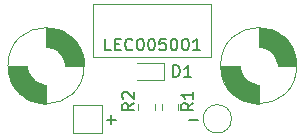
<source format=gto>
G04 #@! TF.GenerationSoftware,KiCad,Pcbnew,6.0.9-8da3e8f707~116~ubuntu20.04.1*
G04 #@! TF.CreationDate,2023-04-16T17:58:49+00:00*
G04 #@! TF.ProjectId,LEC005001,4c454330-3035-4303-9031-2e6b69636164,rev?*
G04 #@! TF.SameCoordinates,Original*
G04 #@! TF.FileFunction,Legend,Top*
G04 #@! TF.FilePolarity,Positive*
%FSLAX46Y46*%
G04 Gerber Fmt 4.6, Leading zero omitted, Abs format (unit mm)*
G04 Created by KiCad (PCBNEW 6.0.9-8da3e8f707~116~ubuntu20.04.1) date 2023-04-16 17:58:49*
%MOMM*%
%LPD*%
G01*
G04 APERTURE LIST*
%ADD10C,0.120000*%
%ADD11C,0.150000*%
%ADD12C,0.010000*%
G04 APERTURE END LIST*
D10*
X146500000Y-86250000D02*
X136500000Y-86250000D01*
X146500000Y-90750000D02*
X146500000Y-86250000D01*
X136500000Y-86250000D02*
X136500000Y-90750000D01*
X136500000Y-90750000D02*
X146500000Y-90750000D01*
D11*
X144619047Y-96071428D02*
X145380952Y-96071428D01*
X138000000Y-90202380D02*
X137523809Y-90202380D01*
X137523809Y-89202380D01*
X138333333Y-89678571D02*
X138666666Y-89678571D01*
X138809523Y-90202380D02*
X138333333Y-90202380D01*
X138333333Y-89202380D01*
X138809523Y-89202380D01*
X139809523Y-90107142D02*
X139761904Y-90154761D01*
X139619047Y-90202380D01*
X139523809Y-90202380D01*
X139380952Y-90154761D01*
X139285714Y-90059523D01*
X139238095Y-89964285D01*
X139190476Y-89773809D01*
X139190476Y-89630952D01*
X139238095Y-89440476D01*
X139285714Y-89345238D01*
X139380952Y-89250000D01*
X139523809Y-89202380D01*
X139619047Y-89202380D01*
X139761904Y-89250000D01*
X139809523Y-89297619D01*
X140428571Y-89202380D02*
X140523809Y-89202380D01*
X140619047Y-89250000D01*
X140666666Y-89297619D01*
X140714285Y-89392857D01*
X140761904Y-89583333D01*
X140761904Y-89821428D01*
X140714285Y-90011904D01*
X140666666Y-90107142D01*
X140619047Y-90154761D01*
X140523809Y-90202380D01*
X140428571Y-90202380D01*
X140333333Y-90154761D01*
X140285714Y-90107142D01*
X140238095Y-90011904D01*
X140190476Y-89821428D01*
X140190476Y-89583333D01*
X140238095Y-89392857D01*
X140285714Y-89297619D01*
X140333333Y-89250000D01*
X140428571Y-89202380D01*
X141380952Y-89202380D02*
X141476190Y-89202380D01*
X141571428Y-89250000D01*
X141619047Y-89297619D01*
X141666666Y-89392857D01*
X141714285Y-89583333D01*
X141714285Y-89821428D01*
X141666666Y-90011904D01*
X141619047Y-90107142D01*
X141571428Y-90154761D01*
X141476190Y-90202380D01*
X141380952Y-90202380D01*
X141285714Y-90154761D01*
X141238095Y-90107142D01*
X141190476Y-90011904D01*
X141142857Y-89821428D01*
X141142857Y-89583333D01*
X141190476Y-89392857D01*
X141238095Y-89297619D01*
X141285714Y-89250000D01*
X141380952Y-89202380D01*
X142619047Y-89202380D02*
X142142857Y-89202380D01*
X142095238Y-89678571D01*
X142142857Y-89630952D01*
X142238095Y-89583333D01*
X142476190Y-89583333D01*
X142571428Y-89630952D01*
X142619047Y-89678571D01*
X142666666Y-89773809D01*
X142666666Y-90011904D01*
X142619047Y-90107142D01*
X142571428Y-90154761D01*
X142476190Y-90202380D01*
X142238095Y-90202380D01*
X142142857Y-90154761D01*
X142095238Y-90107142D01*
X143285714Y-89202380D02*
X143380952Y-89202380D01*
X143476190Y-89250000D01*
X143523809Y-89297619D01*
X143571428Y-89392857D01*
X143619047Y-89583333D01*
X143619047Y-89821428D01*
X143571428Y-90011904D01*
X143523809Y-90107142D01*
X143476190Y-90154761D01*
X143380952Y-90202380D01*
X143285714Y-90202380D01*
X143190476Y-90154761D01*
X143142857Y-90107142D01*
X143095238Y-90011904D01*
X143047619Y-89821428D01*
X143047619Y-89583333D01*
X143095238Y-89392857D01*
X143142857Y-89297619D01*
X143190476Y-89250000D01*
X143285714Y-89202380D01*
X144238095Y-89202380D02*
X144333333Y-89202380D01*
X144428571Y-89250000D01*
X144476190Y-89297619D01*
X144523809Y-89392857D01*
X144571428Y-89583333D01*
X144571428Y-89821428D01*
X144523809Y-90011904D01*
X144476190Y-90107142D01*
X144428571Y-90154761D01*
X144333333Y-90202380D01*
X144238095Y-90202380D01*
X144142857Y-90154761D01*
X144095238Y-90107142D01*
X144047619Y-90011904D01*
X144000000Y-89821428D01*
X144000000Y-89583333D01*
X144047619Y-89392857D01*
X144095238Y-89297619D01*
X144142857Y-89250000D01*
X144238095Y-89202380D01*
X145523809Y-90202380D02*
X144952380Y-90202380D01*
X145238095Y-90202380D02*
X145238095Y-89202380D01*
X145142857Y-89345238D01*
X145047619Y-89440476D01*
X144952380Y-89488095D01*
X137619047Y-96071428D02*
X138380952Y-96071428D01*
X138000000Y-96452380D02*
X138000000Y-95690476D01*
G04 #@! TO.C,D1*
X143261904Y-92452380D02*
X143261904Y-91452380D01*
X143500000Y-91452380D01*
X143642857Y-91500000D01*
X143738095Y-91595238D01*
X143785714Y-91690476D01*
X143833333Y-91880952D01*
X143833333Y-92023809D01*
X143785714Y-92214285D01*
X143738095Y-92309523D01*
X143642857Y-92404761D01*
X143500000Y-92452380D01*
X143261904Y-92452380D01*
X144785714Y-92452380D02*
X144214285Y-92452380D01*
X144500000Y-92452380D02*
X144500000Y-91452380D01*
X144404761Y-91595238D01*
X144309523Y-91690476D01*
X144214285Y-91738095D01*
G04 #@! TO.C,R1*
X144952380Y-94666666D02*
X144476190Y-95000000D01*
X144952380Y-95238095D02*
X143952380Y-95238095D01*
X143952380Y-94857142D01*
X144000000Y-94761904D01*
X144047619Y-94714285D01*
X144142857Y-94666666D01*
X144285714Y-94666666D01*
X144380952Y-94714285D01*
X144428571Y-94761904D01*
X144476190Y-94857142D01*
X144476190Y-95238095D01*
X144952380Y-93714285D02*
X144952380Y-94285714D01*
X144952380Y-94000000D02*
X143952380Y-94000000D01*
X144095238Y-94095238D01*
X144190476Y-94190476D01*
X144238095Y-94285714D01*
G04 #@! TO.C,R2*
X139952380Y-94666666D02*
X139476190Y-95000000D01*
X139952380Y-95238095D02*
X138952380Y-95238095D01*
X138952380Y-94857142D01*
X139000000Y-94761904D01*
X139047619Y-94714285D01*
X139142857Y-94666666D01*
X139285714Y-94666666D01*
X139380952Y-94714285D01*
X139428571Y-94761904D01*
X139476190Y-94857142D01*
X139476190Y-95238095D01*
X139047619Y-94285714D02*
X139000000Y-94238095D01*
X138952380Y-94142857D01*
X138952380Y-93904761D01*
X139000000Y-93809523D01*
X139047619Y-93761904D01*
X139142857Y-93714285D01*
X139238095Y-93714285D01*
X139380952Y-93761904D01*
X139952380Y-94333333D01*
X139952380Y-93714285D01*
D10*
G04 #@! TO.C,D1*
X140200000Y-92735000D02*
X142485000Y-92735000D01*
X142485000Y-91265000D02*
X140200000Y-91265000D01*
X142485000Y-92735000D02*
X142485000Y-91265000D01*
G04 #@! TO.C,J1*
X137200000Y-97200000D02*
X134800000Y-97200000D01*
X134800000Y-94800000D02*
X137200000Y-94800000D01*
X137200000Y-94800000D02*
X137200000Y-97200000D01*
X134800000Y-97200000D02*
X134800000Y-94800000D01*
G04 #@! TO.C,J2*
X148200000Y-96000000D02*
G75*
G03*
X148200000Y-96000000I-1200000J0D01*
G01*
G04 #@! TO.C,R1*
X142290000Y-94741422D02*
X142290000Y-95258578D01*
X143710000Y-94741422D02*
X143710000Y-95258578D01*
G04 #@! TO.C,R2*
X141710000Y-94741422D02*
X141710000Y-95258578D01*
X140290000Y-94741422D02*
X140290000Y-95258578D01*
G04 #@! TO.C,H1*
X135724903Y-91500000D02*
G75*
G03*
X135724903Y-91500000I-3224903J0D01*
G01*
G36*
X133000000Y-88300000D02*
G01*
X134000000Y-88600000D01*
X134800000Y-89200000D01*
X135300000Y-89900000D01*
X135600000Y-90600000D01*
X135700000Y-91000000D01*
X135700000Y-91500000D01*
X134100000Y-91500000D01*
X134100000Y-91400000D01*
X134000000Y-91000000D01*
X133800000Y-90600000D01*
X133400000Y-90200000D01*
X133000000Y-90000000D01*
X132600000Y-89900000D01*
X132500000Y-89900000D01*
X132500000Y-88275097D01*
X133000000Y-88300000D01*
G37*
D12*
X133000000Y-88300000D02*
X134000000Y-88600000D01*
X134800000Y-89200000D01*
X135300000Y-89900000D01*
X135600000Y-90600000D01*
X135700000Y-91000000D01*
X135700000Y-91500000D01*
X134100000Y-91500000D01*
X134100000Y-91400000D01*
X134000000Y-91000000D01*
X133800000Y-90600000D01*
X133400000Y-90200000D01*
X133000000Y-90000000D01*
X132600000Y-89900000D01*
X132500000Y-89900000D01*
X132500000Y-88275097D01*
X133000000Y-88300000D01*
G36*
X130900000Y-91600000D02*
G01*
X131000000Y-92000000D01*
X131200000Y-92400000D01*
X131600000Y-92800000D01*
X132000000Y-93000000D01*
X132400000Y-93100000D01*
X132500000Y-93100000D01*
X132500000Y-94724903D01*
X132000000Y-94700000D01*
X131000000Y-94400000D01*
X130200000Y-93800000D01*
X129700000Y-93100000D01*
X129400000Y-92400000D01*
X129300000Y-92000000D01*
X129300000Y-91500000D01*
X130900000Y-91500000D01*
X130900000Y-91600000D01*
G37*
X130900000Y-91600000D02*
X131000000Y-92000000D01*
X131200000Y-92400000D01*
X131600000Y-92800000D01*
X132000000Y-93000000D01*
X132400000Y-93100000D01*
X132500000Y-93100000D01*
X132500000Y-94724903D01*
X132000000Y-94700000D01*
X131000000Y-94400000D01*
X130200000Y-93800000D01*
X129700000Y-93100000D01*
X129400000Y-92400000D01*
X129300000Y-92000000D01*
X129300000Y-91500000D01*
X130900000Y-91500000D01*
X130900000Y-91600000D01*
D10*
G04 #@! TO.C,H2*
X153724903Y-91500000D02*
G75*
G03*
X153724903Y-91500000I-3224903J0D01*
G01*
G36*
X151000000Y-88300000D02*
G01*
X152000000Y-88600000D01*
X152800000Y-89200000D01*
X153300000Y-89900000D01*
X153600000Y-90600000D01*
X153700000Y-91000000D01*
X153700000Y-91500000D01*
X152100000Y-91500000D01*
X152100000Y-91400000D01*
X152000000Y-91000000D01*
X151800000Y-90600000D01*
X151400000Y-90200000D01*
X151000000Y-90000000D01*
X150600000Y-89900000D01*
X150500000Y-89900000D01*
X150500000Y-88275097D01*
X151000000Y-88300000D01*
G37*
D12*
X151000000Y-88300000D02*
X152000000Y-88600000D01*
X152800000Y-89200000D01*
X153300000Y-89900000D01*
X153600000Y-90600000D01*
X153700000Y-91000000D01*
X153700000Y-91500000D01*
X152100000Y-91500000D01*
X152100000Y-91400000D01*
X152000000Y-91000000D01*
X151800000Y-90600000D01*
X151400000Y-90200000D01*
X151000000Y-90000000D01*
X150600000Y-89900000D01*
X150500000Y-89900000D01*
X150500000Y-88275097D01*
X151000000Y-88300000D01*
G36*
X148900000Y-91600000D02*
G01*
X149000000Y-92000000D01*
X149200000Y-92400000D01*
X149600000Y-92800000D01*
X150000000Y-93000000D01*
X150400000Y-93100000D01*
X150500000Y-93100000D01*
X150500000Y-94724903D01*
X150000000Y-94700000D01*
X149000000Y-94400000D01*
X148200000Y-93800000D01*
X147700000Y-93100000D01*
X147400000Y-92400000D01*
X147300000Y-92000000D01*
X147300000Y-91500000D01*
X148900000Y-91500000D01*
X148900000Y-91600000D01*
G37*
X148900000Y-91600000D02*
X149000000Y-92000000D01*
X149200000Y-92400000D01*
X149600000Y-92800000D01*
X150000000Y-93000000D01*
X150400000Y-93100000D01*
X150500000Y-93100000D01*
X150500000Y-94724903D01*
X150000000Y-94700000D01*
X149000000Y-94400000D01*
X148200000Y-93800000D01*
X147700000Y-93100000D01*
X147400000Y-92400000D01*
X147300000Y-92000000D01*
X147300000Y-91500000D01*
X148900000Y-91500000D01*
X148900000Y-91600000D01*
G04 #@! TD*
M02*

</source>
